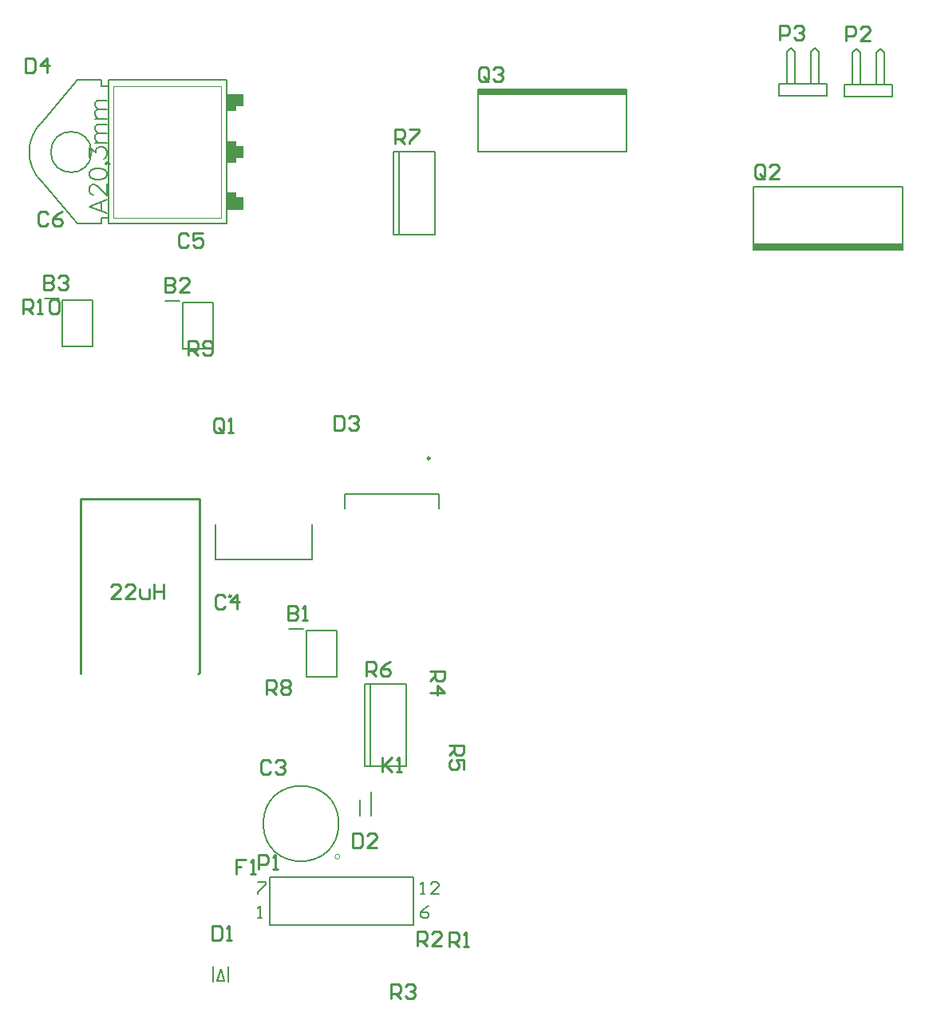
<source format=gto>
G04 Layer_Color=65535*
%FSLAX25Y25*%
%MOIN*%
G70*
G01*
G75*
%ADD24C,0.01000*%
%ADD87C,0.00500*%
%ADD88C,0.00000*%
%ADD89C,0.00984*%
%ADD90C,0.01102*%
%ADD91C,0.00600*%
%ADD92C,0.00787*%
%ADD93C,0.00700*%
%ADD94C,0.00800*%
%ADD95C,0.00200*%
%ADD96C,0.00781*%
G36*
X308098Y455500D02*
X311065D01*
Y450451D01*
X308098D01*
Y450419D01*
X304000D01*
Y450451D01*
Y455500D01*
Y457500D01*
X308098D01*
Y455500D01*
D02*
G37*
G36*
X586160Y433750D02*
X523941D01*
Y436245D01*
X586160D01*
Y433750D01*
D02*
G37*
G36*
X308087Y477000D02*
X311038D01*
Y471997D01*
X308087D01*
Y469986D01*
X304000D01*
Y471997D01*
Y477000D01*
Y479000D01*
X308087D01*
Y477000D01*
D02*
G37*
G36*
X471059Y498255D02*
X408841D01*
Y500750D01*
X471059D01*
Y498255D01*
D02*
G37*
G36*
X311089Y493553D02*
X308053D01*
Y491531D01*
X304000D01*
Y493553D01*
Y498500D01*
X311089D01*
Y493553D01*
D02*
G37*
D24*
X243000Y256500D02*
Y329500D01*
X292000Y256500D02*
X292500Y257000D01*
Y329500D01*
X243000D02*
X292500D01*
X374150Y477850D02*
Y483848D01*
X377149D01*
X378149Y482848D01*
Y480849D01*
X377149Y479849D01*
X374150D01*
X376149D02*
X378149Y477850D01*
X380148Y483848D02*
X384147D01*
Y482848D01*
X380148Y478850D01*
Y477850D01*
X368900Y221598D02*
Y215600D01*
Y217599D01*
X372899Y221598D01*
X369900Y218599D01*
X372899Y215600D01*
X374898D02*
X376897D01*
X375898D01*
Y221598D01*
X374898Y220598D01*
X219000Y407000D02*
Y412998D01*
X221999D01*
X222999Y411998D01*
Y409999D01*
X221999Y408999D01*
X219000D01*
X220999D02*
X222999Y407000D01*
X224998D02*
X226997D01*
X225998D01*
Y412998D01*
X224998Y411998D01*
X229996D02*
X230996Y412998D01*
X232996D01*
X233995Y411998D01*
Y408000D01*
X232996Y407000D01*
X230996D01*
X229996Y408000D01*
Y411998D01*
X287850Y389650D02*
Y395648D01*
X290849D01*
X291849Y394648D01*
Y392649D01*
X290849Y391649D01*
X287850D01*
X289849D02*
X291849Y389650D01*
X293848Y390650D02*
X294848Y389650D01*
X296847D01*
X297847Y390650D01*
Y394648D01*
X296847Y395648D01*
X294848D01*
X293848Y394648D01*
Y393649D01*
X294848Y392649D01*
X297847D01*
X320500Y248000D02*
Y253998D01*
X323499D01*
X324499Y252998D01*
Y250999D01*
X323499Y249999D01*
X320500D01*
X322499D02*
X324499Y248000D01*
X326498Y252998D02*
X327498Y253998D01*
X329497D01*
X330497Y252998D01*
Y251999D01*
X329497Y250999D01*
X330497Y249999D01*
Y249000D01*
X329497Y248000D01*
X327498D01*
X326498Y249000D01*
Y249999D01*
X327498Y250999D01*
X326498Y251999D01*
Y252998D01*
X327498Y250999D02*
X329497D01*
X362150Y255665D02*
Y261663D01*
X365149D01*
X366149Y260663D01*
Y258664D01*
X365149Y257664D01*
X362150D01*
X364149D02*
X366149Y255665D01*
X372147Y261663D02*
X370147Y260663D01*
X368148Y258664D01*
Y256665D01*
X369148Y255665D01*
X371147D01*
X372147Y256665D01*
Y257664D01*
X371147Y258664D01*
X368148D01*
X397000Y226500D02*
X402998D01*
Y223501D01*
X401998Y222501D01*
X399999D01*
X398999Y223501D01*
Y226500D01*
Y224501D02*
X397000Y222501D01*
X402998Y216503D02*
Y220502D01*
X399999D01*
X400999Y218503D01*
Y217503D01*
X399999Y216503D01*
X398000D01*
X397000Y217503D01*
Y219502D01*
X398000Y220502D01*
X389000Y257500D02*
X394998D01*
Y254501D01*
X393998Y253501D01*
X391999D01*
X390999Y254501D01*
Y257500D01*
Y255501D02*
X389000Y253501D01*
Y248503D02*
X394998D01*
X391999Y251502D01*
Y247503D01*
X372500Y121000D02*
Y126998D01*
X375499D01*
X376499Y125998D01*
Y123999D01*
X375499Y122999D01*
X372500D01*
X374499D02*
X376499Y121000D01*
X378498Y125998D02*
X379498Y126998D01*
X381497D01*
X382497Y125998D01*
Y124999D01*
X381497Y123999D01*
X380497D01*
X381497D01*
X382497Y122999D01*
Y122000D01*
X381497Y121000D01*
X379498D01*
X378498Y122000D01*
X383500Y143000D02*
Y148998D01*
X386499D01*
X387499Y147998D01*
Y145999D01*
X386499Y144999D01*
X383500D01*
X385499D02*
X387499Y143000D01*
X393497D02*
X389498D01*
X393497Y146999D01*
Y147998D01*
X392497Y148998D01*
X390498D01*
X389498Y147998D01*
X397000Y142500D02*
Y148498D01*
X399999D01*
X400999Y147498D01*
Y145499D01*
X399999Y144499D01*
X397000D01*
X398999D02*
X400999Y142500D01*
X402998D02*
X404997D01*
X403998D01*
Y148498D01*
X402998Y147498D01*
X413412Y505100D02*
Y509098D01*
X412412Y510098D01*
X410413D01*
X409413Y509098D01*
Y505100D01*
X410413Y504100D01*
X412412D01*
X411413Y506099D02*
X413412Y504100D01*
X412412D02*
X413412Y505100D01*
X415411Y509098D02*
X416411Y510098D01*
X418410D01*
X419410Y509098D01*
Y508099D01*
X418410Y507099D01*
X417411D01*
X418410D01*
X419410Y506099D01*
Y505100D01*
X418410Y504100D01*
X416411D01*
X415411Y505100D01*
X528542Y464400D02*
Y468398D01*
X527542Y469398D01*
X525543D01*
X524543Y468398D01*
Y464400D01*
X525543Y463400D01*
X527542D01*
X526543Y465399D02*
X528542Y463400D01*
X527542D02*
X528542Y464400D01*
X534540Y463400D02*
X530541D01*
X534540Y467399D01*
Y468398D01*
X533540Y469398D01*
X531541D01*
X530541Y468398D01*
X302749Y358250D02*
Y362248D01*
X301749Y363248D01*
X299750D01*
X298750Y362248D01*
Y358250D01*
X299750Y357250D01*
X301749D01*
X300749Y359249D02*
X302749Y357250D01*
X301749D02*
X302749Y358250D01*
X304748Y357250D02*
X306747D01*
X305748D01*
Y363248D01*
X304748Y362248D01*
X535100Y521400D02*
Y527398D01*
X538099D01*
X539099Y526398D01*
Y524399D01*
X538099Y523399D01*
X535100D01*
X541098Y526398D02*
X542098Y527398D01*
X544097D01*
X545097Y526398D01*
Y525399D01*
X544097Y524399D01*
X543097D01*
X544097D01*
X545097Y523399D01*
Y522400D01*
X544097Y521400D01*
X542098D01*
X541098Y522400D01*
X562600Y520900D02*
Y526898D01*
X565599D01*
X566599Y525898D01*
Y523899D01*
X565599Y522899D01*
X562600D01*
X572597Y520900D02*
X568598D01*
X572597Y524899D01*
Y525898D01*
X571597Y526898D01*
X569598D01*
X568598Y525898D01*
X317200Y174900D02*
Y180898D01*
X320199D01*
X321199Y179898D01*
Y177899D01*
X320199Y176899D01*
X317200D01*
X323198Y174900D02*
X325197D01*
X324198D01*
Y180898D01*
X323198Y179898D01*
X312099Y178998D02*
X308100D01*
Y175999D01*
X310099D01*
X308100D01*
Y173000D01*
X314098D02*
X316097D01*
X315098D01*
Y178998D01*
X314098Y177998D01*
X220000Y513798D02*
Y507800D01*
X222999D01*
X223999Y508800D01*
Y512798D01*
X222999Y513798D01*
X220000D01*
X228997Y507800D02*
Y513798D01*
X225998Y510799D01*
X229997D01*
X348900Y364398D02*
Y358400D01*
X351899D01*
X352899Y359400D01*
Y363398D01*
X351899Y364398D01*
X348900D01*
X354898Y363398D02*
X355898Y364398D01*
X357897D01*
X358897Y363398D01*
Y362399D01*
X357897Y361399D01*
X356897D01*
X357897D01*
X358897Y360399D01*
Y359400D01*
X357897Y358400D01*
X355898D01*
X354898Y359400D01*
X356500Y189998D02*
Y184000D01*
X359499D01*
X360499Y185000D01*
Y188998D01*
X359499Y189998D01*
X356500D01*
X366497Y184000D02*
X362498D01*
X366497Y187999D01*
Y188998D01*
X365497Y189998D01*
X363498D01*
X362498Y188998D01*
X297900Y151298D02*
Y145300D01*
X300899D01*
X301899Y146300D01*
Y150298D01*
X300899Y151298D01*
X297900D01*
X303898Y145300D02*
X305897D01*
X304898D01*
Y151298D01*
X303898Y150298D01*
X229399Y448698D02*
X228399Y449698D01*
X226400D01*
X225400Y448698D01*
Y444700D01*
X226400Y443700D01*
X228399D01*
X229399Y444700D01*
X235397Y449698D02*
X233397Y448698D01*
X231398Y446699D01*
Y444700D01*
X232398Y443700D01*
X234397D01*
X235397Y444700D01*
Y445699D01*
X234397Y446699D01*
X231398D01*
X287849Y439648D02*
X286849Y440648D01*
X284850D01*
X283850Y439648D01*
Y435650D01*
X284850Y434650D01*
X286849D01*
X287849Y435650D01*
X293847Y440648D02*
X289848D01*
Y437649D01*
X291847Y438649D01*
X292847D01*
X293847Y437649D01*
Y435650D01*
X292847Y434650D01*
X290848D01*
X289848Y435650D01*
X303393Y288598D02*
X302394Y289598D01*
X300394D01*
X299394Y288598D01*
Y284600D01*
X300394Y283600D01*
X302394D01*
X303393Y284600D01*
X308392Y283600D02*
Y289598D01*
X305393Y286599D01*
X309391D01*
X322188Y219598D02*
X321189Y220598D01*
X319189D01*
X318190Y219598D01*
Y215600D01*
X319189Y214600D01*
X321189D01*
X322188Y215600D01*
X324188Y219598D02*
X325187Y220598D01*
X327187D01*
X328186Y219598D01*
Y218599D01*
X327187Y217599D01*
X326187D01*
X327187D01*
X328186Y216599D01*
Y215600D01*
X327187Y214600D01*
X325187D01*
X324188Y215600D01*
X227750Y422948D02*
Y416950D01*
X230749D01*
X231749Y417950D01*
Y418949D01*
X230749Y419949D01*
X227750D01*
X230749D01*
X231749Y420949D01*
Y421948D01*
X230749Y422948D01*
X227750D01*
X233748Y421948D02*
X234748Y422948D01*
X236747D01*
X237747Y421948D01*
Y420949D01*
X236747Y419949D01*
X235747D01*
X236747D01*
X237747Y418949D01*
Y417950D01*
X236747Y416950D01*
X234748D01*
X233748Y417950D01*
X278250Y421948D02*
Y415950D01*
X281249D01*
X282249Y416950D01*
Y417949D01*
X281249Y418949D01*
X278250D01*
X281249D01*
X282249Y419949D01*
Y420948D01*
X281249Y421948D01*
X278250D01*
X288247Y415950D02*
X284248D01*
X288247Y419949D01*
Y420948D01*
X287247Y421948D01*
X285248D01*
X284248Y420948D01*
X329750Y284948D02*
Y278950D01*
X332749D01*
X333749Y279950D01*
Y280949D01*
X332749Y281949D01*
X329750D01*
X332749D01*
X333749Y282949D01*
Y283948D01*
X332749Y284948D01*
X329750D01*
X335748Y278950D02*
X337747D01*
X336748D01*
Y284948D01*
X335748Y283948D01*
X259499Y288000D02*
X255500D01*
X259499Y291999D01*
Y292998D01*
X258499Y293998D01*
X256500D01*
X255500Y292998D01*
X265497Y288000D02*
X261498D01*
X265497Y291999D01*
Y292998D01*
X264497Y293998D01*
X262498D01*
X261498Y292998D01*
X267496Y291999D02*
Y289000D01*
X268496Y288000D01*
X271495D01*
Y291999D01*
X273494Y293998D02*
Y288000D01*
Y290999D01*
X277493D01*
Y293998D01*
Y288000D01*
D87*
X350748Y194000D02*
G03*
X350748Y194000I-15748J0D01*
G01*
X304650Y127850D02*
Y134150D01*
X298350Y127850D02*
Y134150D01*
X301500Y133362D02*
X303075Y128244D01*
X299925D02*
X303075D01*
X299925D02*
X301500Y133362D01*
X392685Y325724D02*
Y331630D01*
X353315D02*
X392685D01*
X353315Y325724D02*
Y331630D01*
D88*
X351217Y180220D02*
G03*
X351217Y180220I-1000J0D01*
G01*
D89*
X305819Y289004D02*
G03*
X305819Y289004I-492J0D01*
G01*
D90*
X388906Y346590D02*
G03*
X388906Y346590I-551J0D01*
G01*
D91*
X226626Y486874D02*
G03*
X221500Y474500I12374J-12374D01*
G01*
Y474500D02*
G03*
X226626Y462126I17500J0D01*
G01*
X247500Y474500D02*
G03*
X247500Y474500I-8500J0D01*
G01*
X304000Y444500D02*
Y504500D01*
X254500D02*
X304000D01*
X254500Y502000D02*
Y504500D01*
Y444500D02*
X304000D01*
X251500Y447000D02*
X254500D01*
Y444500D02*
Y447000D01*
X251500Y444500D02*
Y447000D01*
X241500Y444500D02*
X251500D01*
X226600Y462200D02*
X241500Y444500D01*
X251500Y502000D02*
X254500D01*
Y447000D02*
Y502000D01*
X251500D02*
Y504500D01*
X241500D02*
X251500D01*
X226500Y486800D02*
X241500Y504500D01*
D92*
X359539Y197153D02*
Y203847D01*
X364461Y197153D02*
Y207193D01*
X373500Y474500D02*
X376000D01*
X373500Y440000D02*
Y474500D01*
X376000D02*
X391000D01*
X376000Y440000D02*
Y474500D01*
Y440000D02*
X391000D01*
Y474500D01*
X322000Y171500D02*
X382000D01*
X322000Y151500D02*
Y171500D01*
Y151500D02*
X382000D01*
Y171500D01*
X299421Y304358D02*
Y318925D01*
Y304358D02*
X339579D01*
Y318925D01*
X329819Y275256D02*
X335823D01*
X337201Y255354D02*
Y274646D01*
Y255354D02*
X349799D01*
Y274646D01*
X337201D02*
X349799D01*
X361500Y252315D02*
X364000D01*
X361500Y217815D02*
Y252315D01*
X364000D02*
X379000D01*
X364000Y217815D02*
Y252315D01*
Y217815D02*
X379000D01*
Y252315D01*
X278319Y412256D02*
X284323D01*
X285701Y392354D02*
Y411646D01*
Y392354D02*
X298299D01*
Y411646D01*
X285701D02*
X298299D01*
X537833Y503000D02*
Y516333D01*
X539500Y518000D01*
X541167Y516333D01*
Y503000D02*
Y516333D01*
X547833Y503000D02*
Y516333D01*
X547833Y516333D02*
X549500Y518000D01*
X551167Y516333D01*
Y503000D02*
Y516333D01*
X534500Y498000D02*
X554500D01*
Y503000D01*
X534500Y498000D02*
Y503000D01*
X554500D01*
X565333Y502500D02*
Y515833D01*
X567000Y517500D01*
X568667Y515833D01*
Y502500D02*
Y515833D01*
X575333Y502500D02*
Y515833D01*
X575333Y515833D02*
X577000Y517500D01*
X578667Y515833D01*
Y502500D02*
Y515833D01*
X562000Y497500D02*
X582000D01*
Y502500D01*
X562000Y497500D02*
Y502500D01*
X582000D01*
X227819Y413256D02*
X233823D01*
X235201Y393354D02*
Y412646D01*
Y393354D02*
X247799D01*
Y412646D01*
X235201D02*
X247799D01*
D93*
X373500Y440000D02*
X376000D01*
X361500Y217815D02*
X364000D01*
D94*
X523941Y433750D02*
Y460000D01*
X586146D01*
Y433750D02*
Y460000D01*
X523941Y433750D02*
X586146D01*
X471059Y474500D02*
Y500750D01*
X408854Y474500D02*
X471059D01*
X408854D02*
Y500750D01*
X471059D01*
X317000Y169498D02*
X320332D01*
Y168665D01*
X317000Y165333D01*
Y164500D01*
Y154500D02*
X318666D01*
X317833D01*
Y159498D01*
X317000Y158665D01*
X388332Y159498D02*
X386666Y158665D01*
X385000Y156999D01*
Y155333D01*
X385833Y154500D01*
X387499D01*
X388332Y155333D01*
Y156166D01*
X387499Y156999D01*
X385000D01*
Y164500D02*
X386666D01*
X385833D01*
Y169498D01*
X385000Y168665D01*
X392498Y164500D02*
X389165D01*
X392498Y167832D01*
Y168665D01*
X391665Y169498D01*
X389998D01*
X389165Y168665D01*
D95*
X301500Y447000D02*
Y502000D01*
X256500D02*
X301500D01*
X256500Y447000D02*
Y502000D01*
Y447000D02*
X301500D01*
D96*
X253949Y454589D02*
X246569Y451777D01*
X253949Y448965D01*
X251489Y450020D02*
Y453534D01*
X248326Y456662D02*
X247974D01*
X247272Y457013D01*
X246920Y457365D01*
X246569Y458068D01*
Y459474D01*
X246920Y460176D01*
X247272Y460528D01*
X247974Y460879D01*
X248677D01*
X249380Y460528D01*
X250434Y459825D01*
X253949Y456311D01*
Y461231D01*
X246569Y464991D02*
X246920Y463937D01*
X247974Y463234D01*
X249732Y462883D01*
X250786D01*
X252543Y463234D01*
X253597Y463937D01*
X253949Y464991D01*
Y465694D01*
X253597Y466748D01*
X252543Y467451D01*
X250786Y467803D01*
X249732D01*
X247974Y467451D01*
X246920Y466748D01*
X246569Y465694D01*
Y464991D01*
X253597Y470157D02*
X253949Y469806D01*
X253597Y469454D01*
X253246Y469806D01*
X253597Y470157D01*
X254300D01*
X255003Y469806D01*
X255355Y469454D01*
X246569Y472477D02*
Y476343D01*
X249380Y474234D01*
Y475288D01*
X249732Y475991D01*
X250083Y476343D01*
X251137Y476694D01*
X251840D01*
X252895Y476343D01*
X253597Y475640D01*
X253949Y474586D01*
Y473531D01*
X253597Y472477D01*
X253246Y472125D01*
X252543Y471774D01*
X249029Y478346D02*
X253949D01*
X250434D02*
X249380Y479400D01*
X249029Y480103D01*
Y481158D01*
X249380Y481860D01*
X250434Y482212D01*
X253949D01*
X250434D02*
X249380Y483266D01*
X249029Y483969D01*
Y485023D01*
X249380Y485726D01*
X250434Y486078D01*
X253949D01*
X249029Y488397D02*
X253949D01*
X250434D02*
X249380Y489452D01*
X249029Y490155D01*
Y491209D01*
X249380Y491912D01*
X250434Y492263D01*
X253949D01*
X250434D02*
X249380Y493318D01*
X249029Y494020D01*
Y495075D01*
X249380Y495778D01*
X250434Y496129D01*
X253949D01*
M02*

</source>
